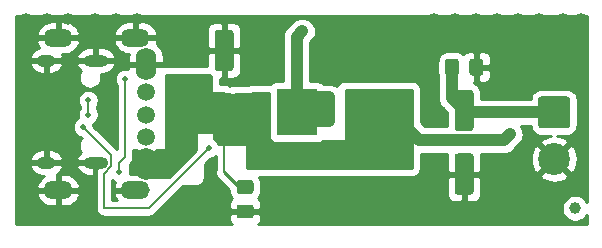
<source format=gbr>
%TF.GenerationSoftware,KiCad,Pcbnew,(5.1.7)-1*%
%TF.CreationDate,2021-05-02T00:17:45+08:00*%
%TF.ProjectId,t12_pps_power,7431325f-7070-4735-9f70-6f7765722e6b,rev?*%
%TF.SameCoordinates,Original*%
%TF.FileFunction,Copper,L2,Bot*%
%TF.FilePolarity,Positive*%
%FSLAX46Y46*%
G04 Gerber Fmt 4.6, Leading zero omitted, Abs format (unit mm)*
G04 Created by KiCad (PCBNEW (5.1.7)-1) date 2021-05-02 00:17:45*
%MOMM*%
%LPD*%
G01*
G04 APERTURE LIST*
%TA.AperFunction,SMDPad,CuDef*%
%ADD10R,3.500000X4.000000*%
%TD*%
%TA.AperFunction,ComponentPad*%
%ADD11O,2.500000X1.500000*%
%TD*%
%TA.AperFunction,ComponentPad*%
%ADD12O,1.750000X2.750000*%
%TD*%
%TA.AperFunction,ComponentPad*%
%ADD13C,1.500000*%
%TD*%
%TA.AperFunction,ComponentPad*%
%ADD14O,2.100000X1.000000*%
%TD*%
%TA.AperFunction,ComponentPad*%
%ADD15O,1.600000X1.000000*%
%TD*%
%TA.AperFunction,ComponentPad*%
%ADD16C,2.700000*%
%TD*%
%TA.AperFunction,ViaPad*%
%ADD17C,1.000000*%
%TD*%
%TA.AperFunction,ViaPad*%
%ADD18C,0.500000*%
%TD*%
%TA.AperFunction,Conductor*%
%ADD19C,1.040000*%
%TD*%
%TA.AperFunction,Conductor*%
%ADD20C,0.130000*%
%TD*%
%TA.AperFunction,Conductor*%
%ADD21C,0.260000*%
%TD*%
%TA.AperFunction,Conductor*%
%ADD22C,0.254000*%
%TD*%
%TA.AperFunction,Conductor*%
%ADD23C,0.100000*%
%TD*%
G04 APERTURE END LIST*
D10*
%TO.P,L1,1*%
%TO.N,Net-(D1-Pad2)*%
X65850000Y-73660000D03*
%TO.P,L1,2*%
%TO.N,VCC*%
X73850000Y-73660000D03*
%TD*%
%TO.P,C2,1*%
%TO.N,GND*%
%TA.AperFunction,SMDPad,CuDef*%
G36*
G01*
X59140000Y-66670000D02*
X60240000Y-66670000D01*
G75*
G02*
X60490000Y-66920000I0J-250000D01*
G01*
X60490000Y-69920000D01*
G75*
G02*
X60240000Y-70170000I-250000J0D01*
G01*
X59140000Y-70170000D01*
G75*
G02*
X58890000Y-69920000I0J250000D01*
G01*
X58890000Y-66920000D01*
G75*
G02*
X59140000Y-66670000I250000J0D01*
G01*
G37*
%TD.AperFunction*%
%TO.P,C2,2*%
%TO.N,VCC*%
%TA.AperFunction,SMDPad,CuDef*%
G36*
G01*
X59140000Y-72070000D02*
X60240000Y-72070000D01*
G75*
G02*
X60490000Y-72320000I0J-250000D01*
G01*
X60490000Y-75320000D01*
G75*
G02*
X60240000Y-75570000I-250000J0D01*
G01*
X59140000Y-75570000D01*
G75*
G02*
X58890000Y-75320000I0J250000D01*
G01*
X58890000Y-72320000D01*
G75*
G02*
X59140000Y-72070000I250000J0D01*
G01*
G37*
%TD.AperFunction*%
%TD*%
%TO.P,C3,2*%
%TO.N,VCC*%
%TA.AperFunction,SMDPad,CuDef*%
G36*
G01*
X61943000Y-80576000D02*
X60993000Y-80576000D01*
G75*
G02*
X60743000Y-80326000I0J250000D01*
G01*
X60743000Y-79651000D01*
G75*
G02*
X60993000Y-79401000I250000J0D01*
G01*
X61943000Y-79401000D01*
G75*
G02*
X62193000Y-79651000I0J-250000D01*
G01*
X62193000Y-80326000D01*
G75*
G02*
X61943000Y-80576000I-250000J0D01*
G01*
G37*
%TD.AperFunction*%
%TO.P,C3,1*%
%TO.N,GND*%
%TA.AperFunction,SMDPad,CuDef*%
G36*
G01*
X61943000Y-82651000D02*
X60993000Y-82651000D01*
G75*
G02*
X60743000Y-82401000I0J250000D01*
G01*
X60743000Y-81726000D01*
G75*
G02*
X60993000Y-81476000I250000J0D01*
G01*
X61943000Y-81476000D01*
G75*
G02*
X62193000Y-81726000I0J-250000D01*
G01*
X62193000Y-82401000D01*
G75*
G02*
X61943000Y-82651000I-250000J0D01*
G01*
G37*
%TD.AperFunction*%
%TD*%
%TO.P,C4,2*%
%TO.N,GND*%
%TA.AperFunction,SMDPad,CuDef*%
G36*
G01*
X79460000Y-77150000D02*
X80560000Y-77150000D01*
G75*
G02*
X80810000Y-77400000I0J-250000D01*
G01*
X80810000Y-80400000D01*
G75*
G02*
X80560000Y-80650000I-250000J0D01*
G01*
X79460000Y-80650000D01*
G75*
G02*
X79210000Y-80400000I0J250000D01*
G01*
X79210000Y-77400000D01*
G75*
G02*
X79460000Y-77150000I250000J0D01*
G01*
G37*
%TD.AperFunction*%
%TO.P,C4,1*%
%TO.N,+24V*%
%TA.AperFunction,SMDPad,CuDef*%
G36*
G01*
X79460000Y-71750000D02*
X80560000Y-71750000D01*
G75*
G02*
X80810000Y-72000000I0J-250000D01*
G01*
X80810000Y-75000000D01*
G75*
G02*
X80560000Y-75250000I-250000J0D01*
G01*
X79460000Y-75250000D01*
G75*
G02*
X79210000Y-75000000I0J250000D01*
G01*
X79210000Y-72000000D01*
G75*
G02*
X79460000Y-71750000I250000J0D01*
G01*
G37*
%TD.AperFunction*%
%TD*%
%TO.P,C5,1*%
%TO.N,+24V*%
%TA.AperFunction,SMDPad,CuDef*%
G36*
G01*
X78385000Y-70325000D02*
X78385000Y-69375000D01*
G75*
G02*
X78635000Y-69125000I250000J0D01*
G01*
X79310000Y-69125000D01*
G75*
G02*
X79560000Y-69375000I0J-250000D01*
G01*
X79560000Y-70325000D01*
G75*
G02*
X79310000Y-70575000I-250000J0D01*
G01*
X78635000Y-70575000D01*
G75*
G02*
X78385000Y-70325000I0J250000D01*
G01*
G37*
%TD.AperFunction*%
%TO.P,C5,2*%
%TO.N,GND*%
%TA.AperFunction,SMDPad,CuDef*%
G36*
G01*
X80460000Y-70325000D02*
X80460000Y-69375000D01*
G75*
G02*
X80710000Y-69125000I250000J0D01*
G01*
X81385000Y-69125000D01*
G75*
G02*
X81635000Y-69375000I0J-250000D01*
G01*
X81635000Y-70325000D01*
G75*
G02*
X81385000Y-70575000I-250000J0D01*
G01*
X80710000Y-70575000D01*
G75*
G02*
X80460000Y-70325000I0J250000D01*
G01*
G37*
%TD.AperFunction*%
%TD*%
D11*
%TO.P,J1,5*%
%TO.N,GND*%
X52190000Y-80250000D03*
X45640000Y-80250000D03*
X45640000Y-67350000D03*
X52190000Y-67350000D03*
D12*
%TO.P,J1,4*%
X53090000Y-69600000D03*
%TO.P,J1,1*%
%TO.N,VCC*%
X53090000Y-78050000D03*
D13*
%TO.P,J1,6*%
%TO.N,N/C*%
X53060000Y-73850000D03*
%TO.P,J1,3*%
%TO.N,/DP*%
X53090000Y-71920000D03*
%TO.P,J1,2*%
%TO.N,/DM*%
X53090000Y-75780000D03*
%TD*%
D14*
%TO.P,J2,S1*%
%TO.N,GND*%
X48825000Y-69280000D03*
X48825000Y-77920000D03*
D15*
X44645000Y-69280000D03*
X44645000Y-77920000D03*
%TD*%
%TO.P,J4,1*%
%TO.N,+24V*%
%TA.AperFunction,ComponentPad*%
G36*
G01*
X86530001Y-72310000D02*
X88729999Y-72310000D01*
G75*
G02*
X88980000Y-72560001I0J-250001D01*
G01*
X88980000Y-74759999D01*
G75*
G02*
X88729999Y-75010000I-250001J0D01*
G01*
X86530001Y-75010000D01*
G75*
G02*
X86280000Y-74759999I0J250001D01*
G01*
X86280000Y-72560001D01*
G75*
G02*
X86530001Y-72310000I250001J0D01*
G01*
G37*
%TD.AperFunction*%
D16*
%TO.P,J4,2*%
%TO.N,GND*%
X87630000Y-77620000D03*
%TD*%
D17*
%TO.N,*%
X89408000Y-81788000D03*
D18*
%TO.N,VCC*%
X60960000Y-75184000D03*
D17*
X83898000Y-75516000D03*
%TO.N,Net-(D1-Pad2)*%
X68580000Y-74422000D03*
X68580000Y-73406000D03*
X68580000Y-72390000D03*
X66294000Y-66802000D03*
D18*
%TO.N,/DM*%
X48200000Y-73850000D03*
X48200008Y-72644000D03*
%TO.N,/CC2*%
X58420010Y-76708000D03*
X47751994Y-74930000D03*
%TO.N,/CC1*%
X51308000Y-70866000D03*
X50800000Y-78740000D03*
D17*
%TO.N,GND*%
X89916000Y-65786000D03*
X89916000Y-67564000D03*
X89916000Y-69342000D03*
X88392000Y-67564000D03*
X88392000Y-69342000D03*
X88392000Y-65786000D03*
X84582000Y-65786000D03*
X86360000Y-65786000D03*
X82804000Y-65786000D03*
X79248000Y-65786000D03*
X81026000Y-65786000D03*
X77470000Y-65786000D03*
X44704000Y-65786000D03*
X46482000Y-65786000D03*
X42926000Y-65786000D03*
X50546000Y-65786000D03*
X52324000Y-65786000D03*
X48768000Y-65786000D03*
X63754000Y-69850000D03*
D18*
X61976000Y-71120000D03*
X60198000Y-71374000D03*
%TD*%
D19*
%TO.N,+24V*%
X78972500Y-72462500D02*
X78972500Y-69850000D01*
X80010000Y-73500000D02*
X78972500Y-72462500D01*
X80170000Y-73660000D02*
X80010000Y-73500000D01*
X87630000Y-73660000D02*
X80170000Y-73660000D01*
D20*
%TO.N,VCC*%
X59690000Y-76454000D02*
X59690000Y-78740000D01*
X60960000Y-75184000D02*
X59690000Y-76454000D01*
X59690000Y-73914000D02*
X59690000Y-73820000D01*
X60960000Y-75184000D02*
X59690000Y-73914000D01*
X59690000Y-73820000D02*
X58580000Y-74930000D01*
D19*
X76205999Y-76015999D02*
X73850000Y-73660000D01*
X83398001Y-76015999D02*
X76205999Y-76015999D01*
X83898000Y-75516000D02*
X83398001Y-76015999D01*
D21*
X61468000Y-79988500D02*
X60938500Y-79988500D01*
X60938500Y-79988500D02*
X59690000Y-78740000D01*
D19*
%TO.N,Net-(D1-Pad2)*%
X65850000Y-67246000D02*
X66294000Y-66802000D01*
X65850000Y-73660000D02*
X65850000Y-67246000D01*
X68580000Y-72390000D02*
X68580000Y-74422000D01*
X66612000Y-74422000D02*
X65850000Y-73660000D01*
X68580000Y-74422000D02*
X66612000Y-74422000D01*
X66104000Y-73406000D02*
X65850000Y-73660000D01*
X68580000Y-73406000D02*
X66104000Y-73406000D01*
X67120000Y-72390000D02*
X65850000Y-73660000D01*
X68580000Y-72390000D02*
X67120000Y-72390000D01*
D20*
%TO.N,/DM*%
X48200000Y-72644008D02*
X48200008Y-72644000D01*
X48200000Y-73850000D02*
X48200000Y-72644008D01*
%TO.N,/CC2*%
X50140010Y-77318010D02*
X47752000Y-74930000D01*
X50140010Y-78236877D02*
X50140010Y-77318010D01*
X49530000Y-81788000D02*
X49530000Y-78846887D01*
X47752000Y-74930000D02*
X47751994Y-74930000D01*
X58420010Y-76708000D02*
X53340010Y-81788000D01*
X53340010Y-81788000D02*
X49530000Y-81788000D01*
X49530000Y-78846887D02*
X50140010Y-78236877D01*
%TO.N,/CC1*%
X51308000Y-70866000D02*
X51308000Y-77470000D01*
X50800000Y-77978000D02*
X50800000Y-78740000D01*
X51308000Y-77470000D02*
X50800000Y-77978000D01*
D21*
%TO.N,GND*%
X61722000Y-71374000D02*
X61976000Y-71120000D01*
X60198000Y-71374000D02*
X61722000Y-71374000D01*
%TD*%
D22*
%TO.N,GND*%
X90390000Y-81214721D02*
X90289612Y-81064480D01*
X90131520Y-80906388D01*
X89945624Y-80782176D01*
X89739067Y-80696617D01*
X89519788Y-80653000D01*
X89296212Y-80653000D01*
X89076933Y-80696617D01*
X88870376Y-80782176D01*
X88684480Y-80906388D01*
X88526388Y-81064480D01*
X88402176Y-81250376D01*
X88316617Y-81456933D01*
X88273000Y-81676212D01*
X88273000Y-81899788D01*
X88316617Y-82119067D01*
X88402176Y-82325624D01*
X88526388Y-82511520D01*
X88684480Y-82669612D01*
X88870376Y-82793824D01*
X89076933Y-82879383D01*
X89296212Y-82923000D01*
X89519788Y-82923000D01*
X89739067Y-82879383D01*
X89945624Y-82793824D01*
X90131520Y-82669612D01*
X90289612Y-82511520D01*
X90390000Y-82361279D01*
X90390000Y-83140000D01*
X62598107Y-83140000D01*
X62644185Y-83102185D01*
X62723537Y-83005494D01*
X62782502Y-82895180D01*
X62818812Y-82775482D01*
X62831072Y-82651000D01*
X62828000Y-82349250D01*
X62669250Y-82190500D01*
X61595000Y-82190500D01*
X61595000Y-82210500D01*
X61341000Y-82210500D01*
X61341000Y-82190500D01*
X60266750Y-82190500D01*
X60108000Y-82349250D01*
X60104928Y-82651000D01*
X60117188Y-82775482D01*
X60153498Y-82895180D01*
X60212463Y-83005494D01*
X60291815Y-83102185D01*
X60337893Y-83140000D01*
X42060000Y-83140000D01*
X42060000Y-80591185D01*
X43797682Y-80591185D01*
X43811827Y-80662684D01*
X43917858Y-80913868D01*
X44070855Y-81139540D01*
X44264939Y-81331028D01*
X44492651Y-81480972D01*
X44745240Y-81583611D01*
X45013000Y-81635000D01*
X45513000Y-81635000D01*
X45513000Y-80377000D01*
X45767000Y-80377000D01*
X45767000Y-81635000D01*
X46267000Y-81635000D01*
X46534760Y-81583611D01*
X46787349Y-81480972D01*
X47015061Y-81331028D01*
X47209145Y-81139540D01*
X47362142Y-80913868D01*
X47468173Y-80662684D01*
X47482318Y-80591185D01*
X47359656Y-80377000D01*
X45767000Y-80377000D01*
X45513000Y-80377000D01*
X43920344Y-80377000D01*
X43797682Y-80591185D01*
X42060000Y-80591185D01*
X42060000Y-78221874D01*
X43250881Y-78221874D01*
X43330724Y-78444976D01*
X43452631Y-78632764D01*
X43608831Y-78793161D01*
X43793322Y-78920003D01*
X43999013Y-79008415D01*
X44218000Y-79055000D01*
X44438022Y-79055000D01*
X44264939Y-79168972D01*
X44070855Y-79360460D01*
X43917858Y-79586132D01*
X43811827Y-79837316D01*
X43797682Y-79908815D01*
X43920344Y-80123000D01*
X45513000Y-80123000D01*
X45513000Y-78908781D01*
X45576679Y-78865000D01*
X45767000Y-78865000D01*
X45767000Y-80123000D01*
X47359656Y-80123000D01*
X47482318Y-79908815D01*
X47468173Y-79837316D01*
X47362142Y-79586132D01*
X47209145Y-79360460D01*
X47015061Y-79168972D01*
X46787349Y-79019028D01*
X46534760Y-78916389D01*
X46267000Y-78865000D01*
X45767000Y-78865000D01*
X45576679Y-78865000D01*
X45681169Y-78793161D01*
X45837369Y-78632764D01*
X45959276Y-78444976D01*
X46039119Y-78221874D01*
X47180881Y-78221874D01*
X47260724Y-78444976D01*
X47382631Y-78632764D01*
X47538831Y-78793161D01*
X47723322Y-78920003D01*
X47929013Y-79008415D01*
X48148000Y-79055000D01*
X48698000Y-79055000D01*
X48698000Y-78047000D01*
X47307046Y-78047000D01*
X47180881Y-78221874D01*
X46039119Y-78221874D01*
X45912954Y-78047000D01*
X44772000Y-78047000D01*
X44772000Y-78067000D01*
X44518000Y-78067000D01*
X44518000Y-78047000D01*
X43377046Y-78047000D01*
X43250881Y-78221874D01*
X42060000Y-78221874D01*
X42060000Y-77618126D01*
X43250881Y-77618126D01*
X43377046Y-77793000D01*
X44518000Y-77793000D01*
X44518000Y-76785000D01*
X44772000Y-76785000D01*
X44772000Y-77793000D01*
X45912954Y-77793000D01*
X46039119Y-77618126D01*
X45959276Y-77395024D01*
X45837369Y-77207236D01*
X45681169Y-77046839D01*
X45496678Y-76919997D01*
X45290987Y-76831585D01*
X45072000Y-76785000D01*
X44772000Y-76785000D01*
X44518000Y-76785000D01*
X44218000Y-76785000D01*
X43999013Y-76831585D01*
X43793322Y-76919997D01*
X43608831Y-77046839D01*
X43452631Y-77207236D01*
X43330724Y-77395024D01*
X43250881Y-77618126D01*
X42060000Y-77618126D01*
X42060000Y-74842835D01*
X46866994Y-74842835D01*
X46866994Y-75017165D01*
X46901004Y-75188145D01*
X46967717Y-75349205D01*
X47064570Y-75494155D01*
X47187839Y-75617424D01*
X47332789Y-75714277D01*
X47493849Y-75780990D01*
X47642636Y-75810586D01*
X47644703Y-75812652D01*
X47579319Y-75878036D01*
X47474259Y-76035269D01*
X47401892Y-76209978D01*
X47365000Y-76395448D01*
X47365000Y-76584552D01*
X47401892Y-76770022D01*
X47474259Y-76944731D01*
X47541335Y-77045117D01*
X47538831Y-77046839D01*
X47382631Y-77207236D01*
X47260724Y-77395024D01*
X47180881Y-77618126D01*
X47307046Y-77793000D01*
X48698000Y-77793000D01*
X48698000Y-77773000D01*
X48952000Y-77773000D01*
X48952000Y-77793000D01*
X48972000Y-77793000D01*
X48972000Y-78047000D01*
X48952000Y-78047000D01*
X48952000Y-78447765D01*
X48945155Y-78456106D01*
X48880155Y-78577713D01*
X48864948Y-78627845D01*
X48848707Y-78681387D01*
X48840129Y-78709664D01*
X48826613Y-78846887D01*
X48830001Y-78881284D01*
X48830000Y-81753610D01*
X48826613Y-81788000D01*
X48840128Y-81925224D01*
X48880155Y-82057175D01*
X48945155Y-82178781D01*
X49032630Y-82285370D01*
X49139219Y-82372845D01*
X49260825Y-82437845D01*
X49392776Y-82477872D01*
X49530000Y-82491387D01*
X49564390Y-82488000D01*
X53305623Y-82488000D01*
X53340010Y-82491387D01*
X53374397Y-82488000D01*
X53374400Y-82488000D01*
X53477234Y-82477872D01*
X53609185Y-82437845D01*
X53730791Y-82372845D01*
X53837380Y-82285370D01*
X53859306Y-82258653D01*
X56234959Y-79883000D01*
X57404000Y-79883000D01*
X57527882Y-79870799D01*
X57647004Y-79834664D01*
X57756787Y-79775983D01*
X57853013Y-79697013D01*
X57931983Y-79600787D01*
X57990664Y-79491004D01*
X58026799Y-79371882D01*
X58039000Y-79248000D01*
X58039000Y-78078960D01*
X58529376Y-77588584D01*
X58678155Y-77558990D01*
X58839215Y-77492277D01*
X58984165Y-77395424D01*
X58990000Y-77389589D01*
X58990001Y-78426773D01*
X58979814Y-78445831D01*
X58936070Y-78590034D01*
X58921299Y-78740000D01*
X58936070Y-78889966D01*
X58979814Y-79034169D01*
X59050849Y-79167067D01*
X59122492Y-79254365D01*
X60104928Y-80236801D01*
X60104928Y-80326000D01*
X60121992Y-80499254D01*
X60172528Y-80665850D01*
X60254595Y-80819386D01*
X60365038Y-80953962D01*
X60371594Y-80959342D01*
X60291815Y-81024815D01*
X60212463Y-81121506D01*
X60153498Y-81231820D01*
X60117188Y-81351518D01*
X60104928Y-81476000D01*
X60108000Y-81777750D01*
X60266750Y-81936500D01*
X61341000Y-81936500D01*
X61341000Y-81916500D01*
X61595000Y-81916500D01*
X61595000Y-81936500D01*
X62669250Y-81936500D01*
X62828000Y-81777750D01*
X62831072Y-81476000D01*
X62818812Y-81351518D01*
X62782502Y-81231820D01*
X62723537Y-81121506D01*
X62644185Y-81024815D01*
X62564406Y-80959342D01*
X62570962Y-80953962D01*
X62681405Y-80819386D01*
X62763472Y-80665850D01*
X62768280Y-80650000D01*
X78571928Y-80650000D01*
X78584188Y-80774482D01*
X78620498Y-80894180D01*
X78679463Y-81004494D01*
X78758815Y-81101185D01*
X78855506Y-81180537D01*
X78965820Y-81239502D01*
X79085518Y-81275812D01*
X79210000Y-81288072D01*
X79724250Y-81285000D01*
X79883000Y-81126250D01*
X79883000Y-79027000D01*
X80137000Y-79027000D01*
X80137000Y-81126250D01*
X80295750Y-81285000D01*
X80810000Y-81288072D01*
X80934482Y-81275812D01*
X81054180Y-81239502D01*
X81164494Y-81180537D01*
X81261185Y-81101185D01*
X81340537Y-81004494D01*
X81399502Y-80894180D01*
X81435812Y-80774482D01*
X81448072Y-80650000D01*
X81445000Y-79185750D01*
X81286250Y-79027000D01*
X80137000Y-79027000D01*
X79883000Y-79027000D01*
X78733750Y-79027000D01*
X78575000Y-79185750D01*
X78571928Y-80650000D01*
X62768280Y-80650000D01*
X62814008Y-80499254D01*
X62831072Y-80326000D01*
X62831072Y-79651000D01*
X62814008Y-79477746D01*
X62763472Y-79311150D01*
X62681405Y-79157614D01*
X62651357Y-79121000D01*
X75692000Y-79121000D01*
X75815882Y-79108799D01*
X75935004Y-79072664D01*
X76044787Y-79013983D01*
X76055930Y-79004838D01*
X86424767Y-79004838D01*
X86562724Y-79305044D01*
X86911967Y-79480882D01*
X87288804Y-79585207D01*
X87678753Y-79614009D01*
X88066828Y-79566184D01*
X88438116Y-79443568D01*
X88697276Y-79305044D01*
X88835233Y-79004838D01*
X87630000Y-77799605D01*
X86424767Y-79004838D01*
X76055930Y-79004838D01*
X76141013Y-78935013D01*
X76219983Y-78838787D01*
X76278664Y-78729004D01*
X76314799Y-78609882D01*
X76327000Y-78486000D01*
X76327000Y-77170999D01*
X78571972Y-77170999D01*
X78575000Y-78614250D01*
X78733750Y-78773000D01*
X79883000Y-78773000D01*
X79883000Y-78753000D01*
X80137000Y-78753000D01*
X80137000Y-78773000D01*
X81286250Y-78773000D01*
X81445000Y-78614250D01*
X81446983Y-77668753D01*
X85635991Y-77668753D01*
X85683816Y-78056828D01*
X85806432Y-78428116D01*
X85944956Y-78687276D01*
X86245162Y-78825233D01*
X87450395Y-77620000D01*
X87809605Y-77620000D01*
X89014838Y-78825233D01*
X89315044Y-78687276D01*
X89490882Y-78338033D01*
X89595207Y-77961196D01*
X89624009Y-77571247D01*
X89576184Y-77183172D01*
X89453568Y-76811884D01*
X89315044Y-76552724D01*
X89014838Y-76414767D01*
X87809605Y-77620000D01*
X87450395Y-77620000D01*
X86245162Y-76414767D01*
X85944956Y-76552724D01*
X85769118Y-76901967D01*
X85664793Y-77278804D01*
X85635991Y-77668753D01*
X81446983Y-77668753D01*
X81448028Y-77170999D01*
X83341267Y-77170999D01*
X83398001Y-77176587D01*
X83454735Y-77170999D01*
X83454738Y-77170999D01*
X83624420Y-77154287D01*
X83842139Y-77088242D01*
X84042789Y-76980993D01*
X84218661Y-76836659D01*
X84254834Y-76792582D01*
X84754827Y-76292589D01*
X84862993Y-76160789D01*
X84970243Y-75960138D01*
X85036287Y-75742421D01*
X85058588Y-75516001D01*
X85036287Y-75289581D01*
X84970243Y-75071863D01*
X84862993Y-74871212D01*
X84816861Y-74815000D01*
X85647345Y-74815000D01*
X85658992Y-74933253D01*
X85709529Y-75099850D01*
X85791595Y-75253386D01*
X85902039Y-75387961D01*
X86036614Y-75498405D01*
X86190150Y-75580471D01*
X86356747Y-75631008D01*
X86530001Y-75648072D01*
X87402071Y-75648072D01*
X87193172Y-75673816D01*
X86821884Y-75796432D01*
X86562724Y-75934956D01*
X86424767Y-76235162D01*
X87630000Y-77440395D01*
X88835233Y-76235162D01*
X88697276Y-75934956D01*
X88348033Y-75759118D01*
X87971196Y-75654793D01*
X87880201Y-75648072D01*
X88729999Y-75648072D01*
X88903253Y-75631008D01*
X89069850Y-75580471D01*
X89223386Y-75498405D01*
X89357961Y-75387961D01*
X89468405Y-75253386D01*
X89550471Y-75099850D01*
X89601008Y-74933253D01*
X89618072Y-74759999D01*
X89618072Y-72560001D01*
X89601008Y-72386747D01*
X89550471Y-72220150D01*
X89468405Y-72066614D01*
X89357961Y-71932039D01*
X89223386Y-71821595D01*
X89069850Y-71739529D01*
X88903253Y-71688992D01*
X88729999Y-71671928D01*
X86530001Y-71671928D01*
X86356747Y-71688992D01*
X86190150Y-71739529D01*
X86036614Y-71821595D01*
X85902039Y-71932039D01*
X85791595Y-72066614D01*
X85709529Y-72220150D01*
X85658992Y-72386747D01*
X85647345Y-72505000D01*
X81448072Y-72505000D01*
X81448072Y-72000000D01*
X81431008Y-71826746D01*
X81380472Y-71660150D01*
X81298405Y-71506614D01*
X81187962Y-71372038D01*
X81053386Y-71261595D01*
X80899850Y-71179528D01*
X80817272Y-71154478D01*
X80920500Y-71051250D01*
X80920500Y-69977000D01*
X81174500Y-69977000D01*
X81174500Y-71051250D01*
X81333250Y-71210000D01*
X81635000Y-71213072D01*
X81759482Y-71200812D01*
X81879180Y-71164502D01*
X81989494Y-71105537D01*
X82086185Y-71026185D01*
X82165537Y-70929494D01*
X82224502Y-70819180D01*
X82260812Y-70699482D01*
X82273072Y-70575000D01*
X82270000Y-70135750D01*
X82111250Y-69977000D01*
X81174500Y-69977000D01*
X80920500Y-69977000D01*
X80900500Y-69977000D01*
X80900500Y-69723000D01*
X80920500Y-69723000D01*
X80920500Y-68648750D01*
X81174500Y-68648750D01*
X81174500Y-69723000D01*
X82111250Y-69723000D01*
X82270000Y-69564250D01*
X82273072Y-69125000D01*
X82260812Y-69000518D01*
X82224502Y-68880820D01*
X82165537Y-68770506D01*
X82086185Y-68673815D01*
X81989494Y-68594463D01*
X81879180Y-68535498D01*
X81759482Y-68499188D01*
X81635000Y-68486928D01*
X81333250Y-68490000D01*
X81174500Y-68648750D01*
X80920500Y-68648750D01*
X80761750Y-68490000D01*
X80460000Y-68486928D01*
X80335518Y-68499188D01*
X80215820Y-68535498D01*
X80105506Y-68594463D01*
X80008815Y-68673815D01*
X79943342Y-68753594D01*
X79937962Y-68747038D01*
X79803386Y-68636595D01*
X79649850Y-68554528D01*
X79483254Y-68503992D01*
X79310000Y-68486928D01*
X78635000Y-68486928D01*
X78461746Y-68503992D01*
X78295150Y-68554528D01*
X78141614Y-68636595D01*
X78007038Y-68747038D01*
X77896595Y-68881614D01*
X77814528Y-69035150D01*
X77763992Y-69201746D01*
X77746928Y-69375000D01*
X77746928Y-70325000D01*
X77763992Y-70498254D01*
X77814528Y-70664850D01*
X77817501Y-70670411D01*
X77817500Y-72405765D01*
X77811912Y-72462500D01*
X77817500Y-72519234D01*
X77817500Y-72519236D01*
X77834212Y-72688918D01*
X77900257Y-72906637D01*
X78007506Y-73107287D01*
X78151840Y-73283160D01*
X78195917Y-73319333D01*
X78571928Y-73695344D01*
X78571928Y-74860999D01*
X76684416Y-74860999D01*
X76327000Y-74503583D01*
X76327000Y-71628000D01*
X76314799Y-71504118D01*
X76278664Y-71384996D01*
X76219983Y-71275213D01*
X76141013Y-71178987D01*
X76044787Y-71100017D01*
X75935004Y-71041336D01*
X75815882Y-71005201D01*
X75692000Y-70993000D01*
X69850000Y-70993000D01*
X69726118Y-71005201D01*
X69606996Y-71041336D01*
X69497213Y-71100017D01*
X69400987Y-71178987D01*
X69322017Y-71275213D01*
X69263336Y-71384996D01*
X69245935Y-71442361D01*
X69224788Y-71425006D01*
X69024138Y-71317757D01*
X68806419Y-71251712D01*
X68636737Y-71235000D01*
X68636736Y-71235000D01*
X68580000Y-71229412D01*
X68523263Y-71235000D01*
X68072674Y-71235000D01*
X68051185Y-71208815D01*
X67954494Y-71129463D01*
X67844180Y-71070498D01*
X67724482Y-71034188D01*
X67600000Y-71021928D01*
X67005000Y-71021928D01*
X67005000Y-67724416D01*
X67150827Y-67578589D01*
X67258993Y-67446788D01*
X67366243Y-67246137D01*
X67432287Y-67028420D01*
X67454588Y-66802000D01*
X67432287Y-66575581D01*
X67366243Y-66357863D01*
X67258993Y-66157212D01*
X67114659Y-65981341D01*
X66938788Y-65837007D01*
X66738137Y-65729757D01*
X66520419Y-65663713D01*
X66294000Y-65641412D01*
X66067580Y-65663713D01*
X65849863Y-65729757D01*
X65649212Y-65837007D01*
X65517411Y-65945173D01*
X65073412Y-66389172D01*
X65029341Y-66425340D01*
X64993173Y-66469411D01*
X64885007Y-66601212D01*
X64777757Y-66801863D01*
X64711713Y-67019581D01*
X64689412Y-67246000D01*
X64695001Y-67302744D01*
X64695000Y-71021928D01*
X64100000Y-71021928D01*
X63975518Y-71034188D01*
X63855820Y-71070498D01*
X63745506Y-71129463D01*
X63648815Y-71208815D01*
X63617477Y-71247000D01*
X59309000Y-71247000D01*
X59309000Y-70805569D01*
X59404250Y-70805000D01*
X59563000Y-70646250D01*
X59563000Y-68547000D01*
X59817000Y-68547000D01*
X59817000Y-70646250D01*
X59975750Y-70805000D01*
X60490000Y-70808072D01*
X60614482Y-70795812D01*
X60734180Y-70759502D01*
X60844494Y-70700537D01*
X60941185Y-70621185D01*
X61020537Y-70524494D01*
X61079502Y-70414180D01*
X61115812Y-70294482D01*
X61128072Y-70170000D01*
X61125000Y-68705750D01*
X60966250Y-68547000D01*
X59817000Y-68547000D01*
X59563000Y-68547000D01*
X58413750Y-68547000D01*
X58255000Y-68705750D01*
X58252866Y-69723000D01*
X54610000Y-69723000D01*
X54569386Y-69727000D01*
X53217000Y-69727000D01*
X53217000Y-69747000D01*
X52963000Y-69747000D01*
X52963000Y-69727000D01*
X51580000Y-69727000D01*
X51580000Y-70020749D01*
X51566145Y-70015010D01*
X51395165Y-69981000D01*
X51220835Y-69981000D01*
X51049855Y-70015010D01*
X50888795Y-70081723D01*
X50743845Y-70178576D01*
X50620576Y-70301845D01*
X50523723Y-70446795D01*
X50457010Y-70607855D01*
X50423000Y-70778835D01*
X50423000Y-70953165D01*
X50457010Y-71124145D01*
X50523723Y-71285205D01*
X50608000Y-71411334D01*
X50608001Y-76796051D01*
X48632577Y-74820627D01*
X48602984Y-74671855D01*
X48592074Y-74645515D01*
X48619205Y-74634277D01*
X48764155Y-74537424D01*
X48887424Y-74414155D01*
X48984277Y-74269205D01*
X49050990Y-74108145D01*
X49085000Y-73937165D01*
X49085000Y-73762835D01*
X49050990Y-73591855D01*
X48984277Y-73430795D01*
X48900000Y-73304666D01*
X48900000Y-73189346D01*
X48984285Y-73063205D01*
X49050998Y-72902145D01*
X49085008Y-72731165D01*
X49085008Y-72556835D01*
X49050998Y-72385855D01*
X48984285Y-72224795D01*
X48887432Y-72079845D01*
X48764163Y-71956576D01*
X48619213Y-71859723D01*
X48458153Y-71793010D01*
X48287173Y-71759000D01*
X48112843Y-71759000D01*
X47941863Y-71793010D01*
X47780803Y-71859723D01*
X47635853Y-71956576D01*
X47512584Y-72079845D01*
X47415731Y-72224795D01*
X47349018Y-72385855D01*
X47315008Y-72556835D01*
X47315008Y-72731165D01*
X47349018Y-72902145D01*
X47415731Y-73063205D01*
X47500001Y-73189323D01*
X47500000Y-73304666D01*
X47415723Y-73430795D01*
X47349010Y-73591855D01*
X47315000Y-73762835D01*
X47315000Y-73937165D01*
X47349010Y-74108145D01*
X47359920Y-74134485D01*
X47332789Y-74145723D01*
X47187839Y-74242576D01*
X47064570Y-74365845D01*
X46967717Y-74510795D01*
X46901004Y-74671855D01*
X46866994Y-74842835D01*
X42060000Y-74842835D01*
X42060000Y-69581874D01*
X43250881Y-69581874D01*
X43330724Y-69804976D01*
X43452631Y-69992764D01*
X43608831Y-70153161D01*
X43793322Y-70280003D01*
X43999013Y-70368415D01*
X44218000Y-70415000D01*
X44518000Y-70415000D01*
X44518000Y-69407000D01*
X44772000Y-69407000D01*
X44772000Y-70415000D01*
X45072000Y-70415000D01*
X45290987Y-70368415D01*
X45496678Y-70280003D01*
X45681169Y-70153161D01*
X45837369Y-69992764D01*
X45959276Y-69804976D01*
X46039119Y-69581874D01*
X47180881Y-69581874D01*
X47260724Y-69804976D01*
X47382631Y-69992764D01*
X47538831Y-70153161D01*
X47541335Y-70154883D01*
X47474259Y-70255269D01*
X47401892Y-70429978D01*
X47365000Y-70615448D01*
X47365000Y-70804552D01*
X47401892Y-70990022D01*
X47474259Y-71164731D01*
X47579319Y-71321964D01*
X47713036Y-71455681D01*
X47870269Y-71560741D01*
X48044978Y-71633108D01*
X48230448Y-71670000D01*
X48419552Y-71670000D01*
X48605022Y-71633108D01*
X48779731Y-71560741D01*
X48936964Y-71455681D01*
X49070681Y-71321964D01*
X49175741Y-71164731D01*
X49248108Y-70990022D01*
X49285000Y-70804552D01*
X49285000Y-70615448D01*
X49248108Y-70429978D01*
X49241904Y-70415000D01*
X49502000Y-70415000D01*
X49720987Y-70368415D01*
X49926678Y-70280003D01*
X50111169Y-70153161D01*
X50267369Y-69992764D01*
X50389276Y-69804976D01*
X50469119Y-69581874D01*
X50342954Y-69407000D01*
X48952000Y-69407000D01*
X48952000Y-69427000D01*
X48698000Y-69427000D01*
X48698000Y-69407000D01*
X47307046Y-69407000D01*
X47180881Y-69581874D01*
X46039119Y-69581874D01*
X45912954Y-69407000D01*
X44772000Y-69407000D01*
X44518000Y-69407000D01*
X43377046Y-69407000D01*
X43250881Y-69581874D01*
X42060000Y-69581874D01*
X42060000Y-68978126D01*
X43250881Y-68978126D01*
X43377046Y-69153000D01*
X44518000Y-69153000D01*
X44518000Y-69133000D01*
X44772000Y-69133000D01*
X44772000Y-69153000D01*
X45912954Y-69153000D01*
X46039119Y-68978126D01*
X47180881Y-68978126D01*
X47307046Y-69153000D01*
X48698000Y-69153000D01*
X48698000Y-68145000D01*
X48952000Y-68145000D01*
X48952000Y-69153000D01*
X50342954Y-69153000D01*
X50469119Y-68978126D01*
X50389276Y-68755024D01*
X50267369Y-68567236D01*
X50111169Y-68406839D01*
X49926678Y-68279997D01*
X49720987Y-68191585D01*
X49502000Y-68145000D01*
X48952000Y-68145000D01*
X48698000Y-68145000D01*
X48148000Y-68145000D01*
X47929013Y-68191585D01*
X47723322Y-68279997D01*
X47538831Y-68406839D01*
X47382631Y-68567236D01*
X47260724Y-68755024D01*
X47180881Y-68978126D01*
X46039119Y-68978126D01*
X45959276Y-68755024D01*
X45946277Y-68735000D01*
X46267000Y-68735000D01*
X46534760Y-68683611D01*
X46787349Y-68580972D01*
X47015061Y-68431028D01*
X47209145Y-68239540D01*
X47362142Y-68013868D01*
X47468173Y-67762684D01*
X47482318Y-67691185D01*
X50347682Y-67691185D01*
X50361827Y-67762684D01*
X50467858Y-68013868D01*
X50620855Y-68239540D01*
X50814939Y-68431028D01*
X51042651Y-68580972D01*
X51295240Y-68683611D01*
X51563000Y-68735000D01*
X51623821Y-68735000D01*
X51580000Y-68973000D01*
X51580000Y-69473000D01*
X52963000Y-69473000D01*
X52963000Y-69453000D01*
X53217000Y-69453000D01*
X53217000Y-69473000D01*
X54600000Y-69473000D01*
X54600000Y-68973000D01*
X54546209Y-68680854D01*
X54436457Y-68404815D01*
X54274961Y-68155492D01*
X54067928Y-67942466D01*
X53970593Y-67875400D01*
X54018173Y-67762684D01*
X54032318Y-67691185D01*
X53909656Y-67477000D01*
X52317000Y-67477000D01*
X52317000Y-67497000D01*
X52063000Y-67497000D01*
X52063000Y-67477000D01*
X50470344Y-67477000D01*
X50347682Y-67691185D01*
X47482318Y-67691185D01*
X47359656Y-67477000D01*
X45767000Y-67477000D01*
X45767000Y-67497000D01*
X45513000Y-67497000D01*
X45513000Y-67477000D01*
X43920344Y-67477000D01*
X43797682Y-67691185D01*
X43811827Y-67762684D01*
X43917858Y-68013868D01*
X44033386Y-68184273D01*
X43999013Y-68191585D01*
X43793322Y-68279997D01*
X43608831Y-68406839D01*
X43452631Y-68567236D01*
X43330724Y-68755024D01*
X43250881Y-68978126D01*
X42060000Y-68978126D01*
X42060000Y-67008815D01*
X43797682Y-67008815D01*
X43920344Y-67223000D01*
X45513000Y-67223000D01*
X45513000Y-65965000D01*
X45767000Y-65965000D01*
X45767000Y-67223000D01*
X47359656Y-67223000D01*
X47482318Y-67008815D01*
X50347682Y-67008815D01*
X50470344Y-67223000D01*
X52063000Y-67223000D01*
X52063000Y-65965000D01*
X52317000Y-65965000D01*
X52317000Y-67223000D01*
X53909656Y-67223000D01*
X54032318Y-67008815D01*
X54018173Y-66937316D01*
X53912142Y-66686132D01*
X53901206Y-66670000D01*
X58251928Y-66670000D01*
X58255000Y-68134250D01*
X58413750Y-68293000D01*
X59563000Y-68293000D01*
X59563000Y-66193750D01*
X59817000Y-66193750D01*
X59817000Y-68293000D01*
X60966250Y-68293000D01*
X61125000Y-68134250D01*
X61128072Y-66670000D01*
X61115812Y-66545518D01*
X61079502Y-66425820D01*
X61020537Y-66315506D01*
X60941185Y-66218815D01*
X60844494Y-66139463D01*
X60734180Y-66080498D01*
X60614482Y-66044188D01*
X60490000Y-66031928D01*
X59975750Y-66035000D01*
X59817000Y-66193750D01*
X59563000Y-66193750D01*
X59404250Y-66035000D01*
X58890000Y-66031928D01*
X58765518Y-66044188D01*
X58645820Y-66080498D01*
X58535506Y-66139463D01*
X58438815Y-66218815D01*
X58359463Y-66315506D01*
X58300498Y-66425820D01*
X58264188Y-66545518D01*
X58251928Y-66670000D01*
X53901206Y-66670000D01*
X53759145Y-66460460D01*
X53565061Y-66268972D01*
X53337349Y-66119028D01*
X53084760Y-66016389D01*
X52817000Y-65965000D01*
X52317000Y-65965000D01*
X52063000Y-65965000D01*
X51563000Y-65965000D01*
X51295240Y-66016389D01*
X51042651Y-66119028D01*
X50814939Y-66268972D01*
X50620855Y-66460460D01*
X50467858Y-66686132D01*
X50361827Y-66937316D01*
X50347682Y-67008815D01*
X47482318Y-67008815D01*
X47468173Y-66937316D01*
X47362142Y-66686132D01*
X47209145Y-66460460D01*
X47015061Y-66268972D01*
X46787349Y-66119028D01*
X46534760Y-66016389D01*
X46267000Y-65965000D01*
X45767000Y-65965000D01*
X45513000Y-65965000D01*
X45013000Y-65965000D01*
X44745240Y-66016389D01*
X44492651Y-66119028D01*
X44264939Y-66268972D01*
X44070855Y-66460460D01*
X43917858Y-66686132D01*
X43811827Y-66937316D01*
X43797682Y-67008815D01*
X42060000Y-67008815D01*
X42060000Y-65510000D01*
X90390001Y-65510000D01*
X90390000Y-81214721D01*
%TA.AperFunction,Conductor*%
D23*
G36*
X90390000Y-81214721D02*
G01*
X90289612Y-81064480D01*
X90131520Y-80906388D01*
X89945624Y-80782176D01*
X89739067Y-80696617D01*
X89519788Y-80653000D01*
X89296212Y-80653000D01*
X89076933Y-80696617D01*
X88870376Y-80782176D01*
X88684480Y-80906388D01*
X88526388Y-81064480D01*
X88402176Y-81250376D01*
X88316617Y-81456933D01*
X88273000Y-81676212D01*
X88273000Y-81899788D01*
X88316617Y-82119067D01*
X88402176Y-82325624D01*
X88526388Y-82511520D01*
X88684480Y-82669612D01*
X88870376Y-82793824D01*
X89076933Y-82879383D01*
X89296212Y-82923000D01*
X89519788Y-82923000D01*
X89739067Y-82879383D01*
X89945624Y-82793824D01*
X90131520Y-82669612D01*
X90289612Y-82511520D01*
X90390000Y-82361279D01*
X90390000Y-83140000D01*
X62598107Y-83140000D01*
X62644185Y-83102185D01*
X62723537Y-83005494D01*
X62782502Y-82895180D01*
X62818812Y-82775482D01*
X62831072Y-82651000D01*
X62828000Y-82349250D01*
X62669250Y-82190500D01*
X61595000Y-82190500D01*
X61595000Y-82210500D01*
X61341000Y-82210500D01*
X61341000Y-82190500D01*
X60266750Y-82190500D01*
X60108000Y-82349250D01*
X60104928Y-82651000D01*
X60117188Y-82775482D01*
X60153498Y-82895180D01*
X60212463Y-83005494D01*
X60291815Y-83102185D01*
X60337893Y-83140000D01*
X42060000Y-83140000D01*
X42060000Y-80591185D01*
X43797682Y-80591185D01*
X43811827Y-80662684D01*
X43917858Y-80913868D01*
X44070855Y-81139540D01*
X44264939Y-81331028D01*
X44492651Y-81480972D01*
X44745240Y-81583611D01*
X45013000Y-81635000D01*
X45513000Y-81635000D01*
X45513000Y-80377000D01*
X45767000Y-80377000D01*
X45767000Y-81635000D01*
X46267000Y-81635000D01*
X46534760Y-81583611D01*
X46787349Y-81480972D01*
X47015061Y-81331028D01*
X47209145Y-81139540D01*
X47362142Y-80913868D01*
X47468173Y-80662684D01*
X47482318Y-80591185D01*
X47359656Y-80377000D01*
X45767000Y-80377000D01*
X45513000Y-80377000D01*
X43920344Y-80377000D01*
X43797682Y-80591185D01*
X42060000Y-80591185D01*
X42060000Y-78221874D01*
X43250881Y-78221874D01*
X43330724Y-78444976D01*
X43452631Y-78632764D01*
X43608831Y-78793161D01*
X43793322Y-78920003D01*
X43999013Y-79008415D01*
X44218000Y-79055000D01*
X44438022Y-79055000D01*
X44264939Y-79168972D01*
X44070855Y-79360460D01*
X43917858Y-79586132D01*
X43811827Y-79837316D01*
X43797682Y-79908815D01*
X43920344Y-80123000D01*
X45513000Y-80123000D01*
X45513000Y-78908781D01*
X45576679Y-78865000D01*
X45767000Y-78865000D01*
X45767000Y-80123000D01*
X47359656Y-80123000D01*
X47482318Y-79908815D01*
X47468173Y-79837316D01*
X47362142Y-79586132D01*
X47209145Y-79360460D01*
X47015061Y-79168972D01*
X46787349Y-79019028D01*
X46534760Y-78916389D01*
X46267000Y-78865000D01*
X45767000Y-78865000D01*
X45576679Y-78865000D01*
X45681169Y-78793161D01*
X45837369Y-78632764D01*
X45959276Y-78444976D01*
X46039119Y-78221874D01*
X47180881Y-78221874D01*
X47260724Y-78444976D01*
X47382631Y-78632764D01*
X47538831Y-78793161D01*
X47723322Y-78920003D01*
X47929013Y-79008415D01*
X48148000Y-79055000D01*
X48698000Y-79055000D01*
X48698000Y-78047000D01*
X47307046Y-78047000D01*
X47180881Y-78221874D01*
X46039119Y-78221874D01*
X45912954Y-78047000D01*
X44772000Y-78047000D01*
X44772000Y-78067000D01*
X44518000Y-78067000D01*
X44518000Y-78047000D01*
X43377046Y-78047000D01*
X43250881Y-78221874D01*
X42060000Y-78221874D01*
X42060000Y-77618126D01*
X43250881Y-77618126D01*
X43377046Y-77793000D01*
X44518000Y-77793000D01*
X44518000Y-76785000D01*
X44772000Y-76785000D01*
X44772000Y-77793000D01*
X45912954Y-77793000D01*
X46039119Y-77618126D01*
X45959276Y-77395024D01*
X45837369Y-77207236D01*
X45681169Y-77046839D01*
X45496678Y-76919997D01*
X45290987Y-76831585D01*
X45072000Y-76785000D01*
X44772000Y-76785000D01*
X44518000Y-76785000D01*
X44218000Y-76785000D01*
X43999013Y-76831585D01*
X43793322Y-76919997D01*
X43608831Y-77046839D01*
X43452631Y-77207236D01*
X43330724Y-77395024D01*
X43250881Y-77618126D01*
X42060000Y-77618126D01*
X42060000Y-74842835D01*
X46866994Y-74842835D01*
X46866994Y-75017165D01*
X46901004Y-75188145D01*
X46967717Y-75349205D01*
X47064570Y-75494155D01*
X47187839Y-75617424D01*
X47332789Y-75714277D01*
X47493849Y-75780990D01*
X47642636Y-75810586D01*
X47644703Y-75812652D01*
X47579319Y-75878036D01*
X47474259Y-76035269D01*
X47401892Y-76209978D01*
X47365000Y-76395448D01*
X47365000Y-76584552D01*
X47401892Y-76770022D01*
X47474259Y-76944731D01*
X47541335Y-77045117D01*
X47538831Y-77046839D01*
X47382631Y-77207236D01*
X47260724Y-77395024D01*
X47180881Y-77618126D01*
X47307046Y-77793000D01*
X48698000Y-77793000D01*
X48698000Y-77773000D01*
X48952000Y-77773000D01*
X48952000Y-77793000D01*
X48972000Y-77793000D01*
X48972000Y-78047000D01*
X48952000Y-78047000D01*
X48952000Y-78447765D01*
X48945155Y-78456106D01*
X48880155Y-78577713D01*
X48864948Y-78627845D01*
X48848707Y-78681387D01*
X48840129Y-78709664D01*
X48826613Y-78846887D01*
X48830001Y-78881284D01*
X48830000Y-81753610D01*
X48826613Y-81788000D01*
X48840128Y-81925224D01*
X48880155Y-82057175D01*
X48945155Y-82178781D01*
X49032630Y-82285370D01*
X49139219Y-82372845D01*
X49260825Y-82437845D01*
X49392776Y-82477872D01*
X49530000Y-82491387D01*
X49564390Y-82488000D01*
X53305623Y-82488000D01*
X53340010Y-82491387D01*
X53374397Y-82488000D01*
X53374400Y-82488000D01*
X53477234Y-82477872D01*
X53609185Y-82437845D01*
X53730791Y-82372845D01*
X53837380Y-82285370D01*
X53859306Y-82258653D01*
X56234959Y-79883000D01*
X57404000Y-79883000D01*
X57527882Y-79870799D01*
X57647004Y-79834664D01*
X57756787Y-79775983D01*
X57853013Y-79697013D01*
X57931983Y-79600787D01*
X57990664Y-79491004D01*
X58026799Y-79371882D01*
X58039000Y-79248000D01*
X58039000Y-78078960D01*
X58529376Y-77588584D01*
X58678155Y-77558990D01*
X58839215Y-77492277D01*
X58984165Y-77395424D01*
X58990000Y-77389589D01*
X58990001Y-78426773D01*
X58979814Y-78445831D01*
X58936070Y-78590034D01*
X58921299Y-78740000D01*
X58936070Y-78889966D01*
X58979814Y-79034169D01*
X59050849Y-79167067D01*
X59122492Y-79254365D01*
X60104928Y-80236801D01*
X60104928Y-80326000D01*
X60121992Y-80499254D01*
X60172528Y-80665850D01*
X60254595Y-80819386D01*
X60365038Y-80953962D01*
X60371594Y-80959342D01*
X60291815Y-81024815D01*
X60212463Y-81121506D01*
X60153498Y-81231820D01*
X60117188Y-81351518D01*
X60104928Y-81476000D01*
X60108000Y-81777750D01*
X60266750Y-81936500D01*
X61341000Y-81936500D01*
X61341000Y-81916500D01*
X61595000Y-81916500D01*
X61595000Y-81936500D01*
X62669250Y-81936500D01*
X62828000Y-81777750D01*
X62831072Y-81476000D01*
X62818812Y-81351518D01*
X62782502Y-81231820D01*
X62723537Y-81121506D01*
X62644185Y-81024815D01*
X62564406Y-80959342D01*
X62570962Y-80953962D01*
X62681405Y-80819386D01*
X62763472Y-80665850D01*
X62768280Y-80650000D01*
X78571928Y-80650000D01*
X78584188Y-80774482D01*
X78620498Y-80894180D01*
X78679463Y-81004494D01*
X78758815Y-81101185D01*
X78855506Y-81180537D01*
X78965820Y-81239502D01*
X79085518Y-81275812D01*
X79210000Y-81288072D01*
X79724250Y-81285000D01*
X79883000Y-81126250D01*
X79883000Y-79027000D01*
X80137000Y-79027000D01*
X80137000Y-81126250D01*
X80295750Y-81285000D01*
X80810000Y-81288072D01*
X80934482Y-81275812D01*
X81054180Y-81239502D01*
X81164494Y-81180537D01*
X81261185Y-81101185D01*
X81340537Y-81004494D01*
X81399502Y-80894180D01*
X81435812Y-80774482D01*
X81448072Y-80650000D01*
X81445000Y-79185750D01*
X81286250Y-79027000D01*
X80137000Y-79027000D01*
X79883000Y-79027000D01*
X78733750Y-79027000D01*
X78575000Y-79185750D01*
X78571928Y-80650000D01*
X62768280Y-80650000D01*
X62814008Y-80499254D01*
X62831072Y-80326000D01*
X62831072Y-79651000D01*
X62814008Y-79477746D01*
X62763472Y-79311150D01*
X62681405Y-79157614D01*
X62651357Y-79121000D01*
X75692000Y-79121000D01*
X75815882Y-79108799D01*
X75935004Y-79072664D01*
X76044787Y-79013983D01*
X76055930Y-79004838D01*
X86424767Y-79004838D01*
X86562724Y-79305044D01*
X86911967Y-79480882D01*
X87288804Y-79585207D01*
X87678753Y-79614009D01*
X88066828Y-79566184D01*
X88438116Y-79443568D01*
X88697276Y-79305044D01*
X88835233Y-79004838D01*
X87630000Y-77799605D01*
X86424767Y-79004838D01*
X76055930Y-79004838D01*
X76141013Y-78935013D01*
X76219983Y-78838787D01*
X76278664Y-78729004D01*
X76314799Y-78609882D01*
X76327000Y-78486000D01*
X76327000Y-77170999D01*
X78571972Y-77170999D01*
X78575000Y-78614250D01*
X78733750Y-78773000D01*
X79883000Y-78773000D01*
X79883000Y-78753000D01*
X80137000Y-78753000D01*
X80137000Y-78773000D01*
X81286250Y-78773000D01*
X81445000Y-78614250D01*
X81446983Y-77668753D01*
X85635991Y-77668753D01*
X85683816Y-78056828D01*
X85806432Y-78428116D01*
X85944956Y-78687276D01*
X86245162Y-78825233D01*
X87450395Y-77620000D01*
X87809605Y-77620000D01*
X89014838Y-78825233D01*
X89315044Y-78687276D01*
X89490882Y-78338033D01*
X89595207Y-77961196D01*
X89624009Y-77571247D01*
X89576184Y-77183172D01*
X89453568Y-76811884D01*
X89315044Y-76552724D01*
X89014838Y-76414767D01*
X87809605Y-77620000D01*
X87450395Y-77620000D01*
X86245162Y-76414767D01*
X85944956Y-76552724D01*
X85769118Y-76901967D01*
X85664793Y-77278804D01*
X85635991Y-77668753D01*
X81446983Y-77668753D01*
X81448028Y-77170999D01*
X83341267Y-77170999D01*
X83398001Y-77176587D01*
X83454735Y-77170999D01*
X83454738Y-77170999D01*
X83624420Y-77154287D01*
X83842139Y-77088242D01*
X84042789Y-76980993D01*
X84218661Y-76836659D01*
X84254834Y-76792582D01*
X84754827Y-76292589D01*
X84862993Y-76160789D01*
X84970243Y-75960138D01*
X85036287Y-75742421D01*
X85058588Y-75516001D01*
X85036287Y-75289581D01*
X84970243Y-75071863D01*
X84862993Y-74871212D01*
X84816861Y-74815000D01*
X85647345Y-74815000D01*
X85658992Y-74933253D01*
X85709529Y-75099850D01*
X85791595Y-75253386D01*
X85902039Y-75387961D01*
X86036614Y-75498405D01*
X86190150Y-75580471D01*
X86356747Y-75631008D01*
X86530001Y-75648072D01*
X87402071Y-75648072D01*
X87193172Y-75673816D01*
X86821884Y-75796432D01*
X86562724Y-75934956D01*
X86424767Y-76235162D01*
X87630000Y-77440395D01*
X88835233Y-76235162D01*
X88697276Y-75934956D01*
X88348033Y-75759118D01*
X87971196Y-75654793D01*
X87880201Y-75648072D01*
X88729999Y-75648072D01*
X88903253Y-75631008D01*
X89069850Y-75580471D01*
X89223386Y-75498405D01*
X89357961Y-75387961D01*
X89468405Y-75253386D01*
X89550471Y-75099850D01*
X89601008Y-74933253D01*
X89618072Y-74759999D01*
X89618072Y-72560001D01*
X89601008Y-72386747D01*
X89550471Y-72220150D01*
X89468405Y-72066614D01*
X89357961Y-71932039D01*
X89223386Y-71821595D01*
X89069850Y-71739529D01*
X88903253Y-71688992D01*
X88729999Y-71671928D01*
X86530001Y-71671928D01*
X86356747Y-71688992D01*
X86190150Y-71739529D01*
X86036614Y-71821595D01*
X85902039Y-71932039D01*
X85791595Y-72066614D01*
X85709529Y-72220150D01*
X85658992Y-72386747D01*
X85647345Y-72505000D01*
X81448072Y-72505000D01*
X81448072Y-72000000D01*
X81431008Y-71826746D01*
X81380472Y-71660150D01*
X81298405Y-71506614D01*
X81187962Y-71372038D01*
X81053386Y-71261595D01*
X80899850Y-71179528D01*
X80817272Y-71154478D01*
X80920500Y-71051250D01*
X80920500Y-69977000D01*
X81174500Y-69977000D01*
X81174500Y-71051250D01*
X81333250Y-71210000D01*
X81635000Y-71213072D01*
X81759482Y-71200812D01*
X81879180Y-71164502D01*
X81989494Y-71105537D01*
X82086185Y-71026185D01*
X82165537Y-70929494D01*
X82224502Y-70819180D01*
X82260812Y-70699482D01*
X82273072Y-70575000D01*
X82270000Y-70135750D01*
X82111250Y-69977000D01*
X81174500Y-69977000D01*
X80920500Y-69977000D01*
X80900500Y-69977000D01*
X80900500Y-69723000D01*
X80920500Y-69723000D01*
X80920500Y-68648750D01*
X81174500Y-68648750D01*
X81174500Y-69723000D01*
X82111250Y-69723000D01*
X82270000Y-69564250D01*
X82273072Y-69125000D01*
X82260812Y-69000518D01*
X82224502Y-68880820D01*
X82165537Y-68770506D01*
X82086185Y-68673815D01*
X81989494Y-68594463D01*
X81879180Y-68535498D01*
X81759482Y-68499188D01*
X81635000Y-68486928D01*
X81333250Y-68490000D01*
X81174500Y-68648750D01*
X80920500Y-68648750D01*
X80761750Y-68490000D01*
X80460000Y-68486928D01*
X80335518Y-68499188D01*
X80215820Y-68535498D01*
X80105506Y-68594463D01*
X80008815Y-68673815D01*
X79943342Y-68753594D01*
X79937962Y-68747038D01*
X79803386Y-68636595D01*
X79649850Y-68554528D01*
X79483254Y-68503992D01*
X79310000Y-68486928D01*
X78635000Y-68486928D01*
X78461746Y-68503992D01*
X78295150Y-68554528D01*
X78141614Y-68636595D01*
X78007038Y-68747038D01*
X77896595Y-68881614D01*
X77814528Y-69035150D01*
X77763992Y-69201746D01*
X77746928Y-69375000D01*
X77746928Y-70325000D01*
X77763992Y-70498254D01*
X77814528Y-70664850D01*
X77817501Y-70670411D01*
X77817500Y-72405765D01*
X77811912Y-72462500D01*
X77817500Y-72519234D01*
X77817500Y-72519236D01*
X77834212Y-72688918D01*
X77900257Y-72906637D01*
X78007506Y-73107287D01*
X78151840Y-73283160D01*
X78195917Y-73319333D01*
X78571928Y-73695344D01*
X78571928Y-74860999D01*
X76684416Y-74860999D01*
X76327000Y-74503583D01*
X76327000Y-71628000D01*
X76314799Y-71504118D01*
X76278664Y-71384996D01*
X76219983Y-71275213D01*
X76141013Y-71178987D01*
X76044787Y-71100017D01*
X75935004Y-71041336D01*
X75815882Y-71005201D01*
X75692000Y-70993000D01*
X69850000Y-70993000D01*
X69726118Y-71005201D01*
X69606996Y-71041336D01*
X69497213Y-71100017D01*
X69400987Y-71178987D01*
X69322017Y-71275213D01*
X69263336Y-71384996D01*
X69245935Y-71442361D01*
X69224788Y-71425006D01*
X69024138Y-71317757D01*
X68806419Y-71251712D01*
X68636737Y-71235000D01*
X68636736Y-71235000D01*
X68580000Y-71229412D01*
X68523263Y-71235000D01*
X68072674Y-71235000D01*
X68051185Y-71208815D01*
X67954494Y-71129463D01*
X67844180Y-71070498D01*
X67724482Y-71034188D01*
X67600000Y-71021928D01*
X67005000Y-71021928D01*
X67005000Y-67724416D01*
X67150827Y-67578589D01*
X67258993Y-67446788D01*
X67366243Y-67246137D01*
X67432287Y-67028420D01*
X67454588Y-66802000D01*
X67432287Y-66575581D01*
X67366243Y-66357863D01*
X67258993Y-66157212D01*
X67114659Y-65981341D01*
X66938788Y-65837007D01*
X66738137Y-65729757D01*
X66520419Y-65663713D01*
X66294000Y-65641412D01*
X66067580Y-65663713D01*
X65849863Y-65729757D01*
X65649212Y-65837007D01*
X65517411Y-65945173D01*
X65073412Y-66389172D01*
X65029341Y-66425340D01*
X64993173Y-66469411D01*
X64885007Y-66601212D01*
X64777757Y-66801863D01*
X64711713Y-67019581D01*
X64689412Y-67246000D01*
X64695001Y-67302744D01*
X64695000Y-71021928D01*
X64100000Y-71021928D01*
X63975518Y-71034188D01*
X63855820Y-71070498D01*
X63745506Y-71129463D01*
X63648815Y-71208815D01*
X63617477Y-71247000D01*
X59309000Y-71247000D01*
X59309000Y-70805569D01*
X59404250Y-70805000D01*
X59563000Y-70646250D01*
X59563000Y-68547000D01*
X59817000Y-68547000D01*
X59817000Y-70646250D01*
X59975750Y-70805000D01*
X60490000Y-70808072D01*
X60614482Y-70795812D01*
X60734180Y-70759502D01*
X60844494Y-70700537D01*
X60941185Y-70621185D01*
X61020537Y-70524494D01*
X61079502Y-70414180D01*
X61115812Y-70294482D01*
X61128072Y-70170000D01*
X61125000Y-68705750D01*
X60966250Y-68547000D01*
X59817000Y-68547000D01*
X59563000Y-68547000D01*
X58413750Y-68547000D01*
X58255000Y-68705750D01*
X58252866Y-69723000D01*
X54610000Y-69723000D01*
X54569386Y-69727000D01*
X53217000Y-69727000D01*
X53217000Y-69747000D01*
X52963000Y-69747000D01*
X52963000Y-69727000D01*
X51580000Y-69727000D01*
X51580000Y-70020749D01*
X51566145Y-70015010D01*
X51395165Y-69981000D01*
X51220835Y-69981000D01*
X51049855Y-70015010D01*
X50888795Y-70081723D01*
X50743845Y-70178576D01*
X50620576Y-70301845D01*
X50523723Y-70446795D01*
X50457010Y-70607855D01*
X50423000Y-70778835D01*
X50423000Y-70953165D01*
X50457010Y-71124145D01*
X50523723Y-71285205D01*
X50608000Y-71411334D01*
X50608001Y-76796051D01*
X48632577Y-74820627D01*
X48602984Y-74671855D01*
X48592074Y-74645515D01*
X48619205Y-74634277D01*
X48764155Y-74537424D01*
X48887424Y-74414155D01*
X48984277Y-74269205D01*
X49050990Y-74108145D01*
X49085000Y-73937165D01*
X49085000Y-73762835D01*
X49050990Y-73591855D01*
X48984277Y-73430795D01*
X48900000Y-73304666D01*
X48900000Y-73189346D01*
X48984285Y-73063205D01*
X49050998Y-72902145D01*
X49085008Y-72731165D01*
X49085008Y-72556835D01*
X49050998Y-72385855D01*
X48984285Y-72224795D01*
X48887432Y-72079845D01*
X48764163Y-71956576D01*
X48619213Y-71859723D01*
X48458153Y-71793010D01*
X48287173Y-71759000D01*
X48112843Y-71759000D01*
X47941863Y-71793010D01*
X47780803Y-71859723D01*
X47635853Y-71956576D01*
X47512584Y-72079845D01*
X47415731Y-72224795D01*
X47349018Y-72385855D01*
X47315008Y-72556835D01*
X47315008Y-72731165D01*
X47349018Y-72902145D01*
X47415731Y-73063205D01*
X47500001Y-73189323D01*
X47500000Y-73304666D01*
X47415723Y-73430795D01*
X47349010Y-73591855D01*
X47315000Y-73762835D01*
X47315000Y-73937165D01*
X47349010Y-74108145D01*
X47359920Y-74134485D01*
X47332789Y-74145723D01*
X47187839Y-74242576D01*
X47064570Y-74365845D01*
X46967717Y-74510795D01*
X46901004Y-74671855D01*
X46866994Y-74842835D01*
X42060000Y-74842835D01*
X42060000Y-69581874D01*
X43250881Y-69581874D01*
X43330724Y-69804976D01*
X43452631Y-69992764D01*
X43608831Y-70153161D01*
X43793322Y-70280003D01*
X43999013Y-70368415D01*
X44218000Y-70415000D01*
X44518000Y-70415000D01*
X44518000Y-69407000D01*
X44772000Y-69407000D01*
X44772000Y-70415000D01*
X45072000Y-70415000D01*
X45290987Y-70368415D01*
X45496678Y-70280003D01*
X45681169Y-70153161D01*
X45837369Y-69992764D01*
X45959276Y-69804976D01*
X46039119Y-69581874D01*
X47180881Y-69581874D01*
X47260724Y-69804976D01*
X47382631Y-69992764D01*
X47538831Y-70153161D01*
X47541335Y-70154883D01*
X47474259Y-70255269D01*
X47401892Y-70429978D01*
X47365000Y-70615448D01*
X47365000Y-70804552D01*
X47401892Y-70990022D01*
X47474259Y-71164731D01*
X47579319Y-71321964D01*
X47713036Y-71455681D01*
X47870269Y-71560741D01*
X48044978Y-71633108D01*
X48230448Y-71670000D01*
X48419552Y-71670000D01*
X48605022Y-71633108D01*
X48779731Y-71560741D01*
X48936964Y-71455681D01*
X49070681Y-71321964D01*
X49175741Y-71164731D01*
X49248108Y-70990022D01*
X49285000Y-70804552D01*
X49285000Y-70615448D01*
X49248108Y-70429978D01*
X49241904Y-70415000D01*
X49502000Y-70415000D01*
X49720987Y-70368415D01*
X49926678Y-70280003D01*
X50111169Y-70153161D01*
X50267369Y-69992764D01*
X50389276Y-69804976D01*
X50469119Y-69581874D01*
X50342954Y-69407000D01*
X48952000Y-69407000D01*
X48952000Y-69427000D01*
X48698000Y-69427000D01*
X48698000Y-69407000D01*
X47307046Y-69407000D01*
X47180881Y-69581874D01*
X46039119Y-69581874D01*
X45912954Y-69407000D01*
X44772000Y-69407000D01*
X44518000Y-69407000D01*
X43377046Y-69407000D01*
X43250881Y-69581874D01*
X42060000Y-69581874D01*
X42060000Y-68978126D01*
X43250881Y-68978126D01*
X43377046Y-69153000D01*
X44518000Y-69153000D01*
X44518000Y-69133000D01*
X44772000Y-69133000D01*
X44772000Y-69153000D01*
X45912954Y-69153000D01*
X46039119Y-68978126D01*
X47180881Y-68978126D01*
X47307046Y-69153000D01*
X48698000Y-69153000D01*
X48698000Y-68145000D01*
X48952000Y-68145000D01*
X48952000Y-69153000D01*
X50342954Y-69153000D01*
X50469119Y-68978126D01*
X50389276Y-68755024D01*
X50267369Y-68567236D01*
X50111169Y-68406839D01*
X49926678Y-68279997D01*
X49720987Y-68191585D01*
X49502000Y-68145000D01*
X48952000Y-68145000D01*
X48698000Y-68145000D01*
X48148000Y-68145000D01*
X47929013Y-68191585D01*
X47723322Y-68279997D01*
X47538831Y-68406839D01*
X47382631Y-68567236D01*
X47260724Y-68755024D01*
X47180881Y-68978126D01*
X46039119Y-68978126D01*
X45959276Y-68755024D01*
X45946277Y-68735000D01*
X46267000Y-68735000D01*
X46534760Y-68683611D01*
X46787349Y-68580972D01*
X47015061Y-68431028D01*
X47209145Y-68239540D01*
X47362142Y-68013868D01*
X47468173Y-67762684D01*
X47482318Y-67691185D01*
X50347682Y-67691185D01*
X50361827Y-67762684D01*
X50467858Y-68013868D01*
X50620855Y-68239540D01*
X50814939Y-68431028D01*
X51042651Y-68580972D01*
X51295240Y-68683611D01*
X51563000Y-68735000D01*
X51623821Y-68735000D01*
X51580000Y-68973000D01*
X51580000Y-69473000D01*
X52963000Y-69473000D01*
X52963000Y-69453000D01*
X53217000Y-69453000D01*
X53217000Y-69473000D01*
X54600000Y-69473000D01*
X54600000Y-68973000D01*
X54546209Y-68680854D01*
X54436457Y-68404815D01*
X54274961Y-68155492D01*
X54067928Y-67942466D01*
X53970593Y-67875400D01*
X54018173Y-67762684D01*
X54032318Y-67691185D01*
X53909656Y-67477000D01*
X52317000Y-67477000D01*
X52317000Y-67497000D01*
X52063000Y-67497000D01*
X52063000Y-67477000D01*
X50470344Y-67477000D01*
X50347682Y-67691185D01*
X47482318Y-67691185D01*
X47359656Y-67477000D01*
X45767000Y-67477000D01*
X45767000Y-67497000D01*
X45513000Y-67497000D01*
X45513000Y-67477000D01*
X43920344Y-67477000D01*
X43797682Y-67691185D01*
X43811827Y-67762684D01*
X43917858Y-68013868D01*
X44033386Y-68184273D01*
X43999013Y-68191585D01*
X43793322Y-68279997D01*
X43608831Y-68406839D01*
X43452631Y-68567236D01*
X43330724Y-68755024D01*
X43250881Y-68978126D01*
X42060000Y-68978126D01*
X42060000Y-67008815D01*
X43797682Y-67008815D01*
X43920344Y-67223000D01*
X45513000Y-67223000D01*
X45513000Y-65965000D01*
X45767000Y-65965000D01*
X45767000Y-67223000D01*
X47359656Y-67223000D01*
X47482318Y-67008815D01*
X50347682Y-67008815D01*
X50470344Y-67223000D01*
X52063000Y-67223000D01*
X52063000Y-65965000D01*
X52317000Y-65965000D01*
X52317000Y-67223000D01*
X53909656Y-67223000D01*
X54032318Y-67008815D01*
X54018173Y-66937316D01*
X53912142Y-66686132D01*
X53901206Y-66670000D01*
X58251928Y-66670000D01*
X58255000Y-68134250D01*
X58413750Y-68293000D01*
X59563000Y-68293000D01*
X59563000Y-66193750D01*
X59817000Y-66193750D01*
X59817000Y-68293000D01*
X60966250Y-68293000D01*
X61125000Y-68134250D01*
X61128072Y-66670000D01*
X61115812Y-66545518D01*
X61079502Y-66425820D01*
X61020537Y-66315506D01*
X60941185Y-66218815D01*
X60844494Y-66139463D01*
X60734180Y-66080498D01*
X60614482Y-66044188D01*
X60490000Y-66031928D01*
X59975750Y-66035000D01*
X59817000Y-66193750D01*
X59563000Y-66193750D01*
X59404250Y-66035000D01*
X58890000Y-66031928D01*
X58765518Y-66044188D01*
X58645820Y-66080498D01*
X58535506Y-66139463D01*
X58438815Y-66218815D01*
X58359463Y-66315506D01*
X58300498Y-66425820D01*
X58264188Y-66545518D01*
X58251928Y-66670000D01*
X53901206Y-66670000D01*
X53759145Y-66460460D01*
X53565061Y-66268972D01*
X53337349Y-66119028D01*
X53084760Y-66016389D01*
X52817000Y-65965000D01*
X52317000Y-65965000D01*
X52063000Y-65965000D01*
X51563000Y-65965000D01*
X51295240Y-66016389D01*
X51042651Y-66119028D01*
X50814939Y-66268972D01*
X50620855Y-66460460D01*
X50467858Y-66686132D01*
X50361827Y-66937316D01*
X50347682Y-67008815D01*
X47482318Y-67008815D01*
X47468173Y-66937316D01*
X47362142Y-66686132D01*
X47209145Y-66460460D01*
X47015061Y-66268972D01*
X46787349Y-66119028D01*
X46534760Y-66016389D01*
X46267000Y-65965000D01*
X45767000Y-65965000D01*
X45513000Y-65965000D01*
X45013000Y-65965000D01*
X44745240Y-66016389D01*
X44492651Y-66119028D01*
X44264939Y-66268972D01*
X44070855Y-66460460D01*
X43917858Y-66686132D01*
X43811827Y-66937316D01*
X43797682Y-67008815D01*
X42060000Y-67008815D01*
X42060000Y-65510000D01*
X90390001Y-65510000D01*
X90390000Y-81214721D01*
G37*
%TD.AperFunction*%
D22*
X50235845Y-79427424D02*
X50380795Y-79524277D01*
X50481510Y-79565995D01*
X50467858Y-79586132D01*
X50361827Y-79837316D01*
X50347682Y-79908815D01*
X50470344Y-80123000D01*
X52063000Y-80123000D01*
X52063000Y-80103000D01*
X52317000Y-80103000D01*
X52317000Y-80123000D01*
X52337000Y-80123000D01*
X52337000Y-80377000D01*
X52317000Y-80377000D01*
X52317000Y-80397000D01*
X52063000Y-80397000D01*
X52063000Y-80377000D01*
X50470344Y-80377000D01*
X50347682Y-80591185D01*
X50361827Y-80662684D01*
X50467858Y-80913868D01*
X50585913Y-81088000D01*
X50230000Y-81088000D01*
X50230000Y-79421579D01*
X50235845Y-79427424D01*
%TA.AperFunction,Conductor*%
D23*
G36*
X50235845Y-79427424D02*
G01*
X50380795Y-79524277D01*
X50481510Y-79565995D01*
X50467858Y-79586132D01*
X50361827Y-79837316D01*
X50347682Y-79908815D01*
X50470344Y-80123000D01*
X52063000Y-80123000D01*
X52063000Y-80103000D01*
X52317000Y-80103000D01*
X52317000Y-80123000D01*
X52337000Y-80123000D01*
X52337000Y-80377000D01*
X52317000Y-80377000D01*
X52317000Y-80397000D01*
X52063000Y-80397000D01*
X52063000Y-80377000D01*
X50470344Y-80377000D01*
X50347682Y-80591185D01*
X50361827Y-80662684D01*
X50467858Y-80913868D01*
X50585913Y-81088000D01*
X50230000Y-81088000D01*
X50230000Y-79421579D01*
X50235845Y-79427424D01*
G37*
%TD.AperFunction*%
%TD*%
D22*
%TO.N,VCC*%
X58512038Y-70547962D02*
X58547000Y-70576654D01*
X58547000Y-71882000D01*
X58549440Y-71906776D01*
X58556667Y-71930601D01*
X58568403Y-71952557D01*
X58584197Y-71971803D01*
X58603443Y-71987597D01*
X58625399Y-71999333D01*
X58649224Y-72006560D01*
X58674000Y-72009000D01*
X59581421Y-72009000D01*
X59633845Y-72061424D01*
X59778795Y-72158277D01*
X59939855Y-72224990D01*
X60110835Y-72259000D01*
X60285165Y-72259000D01*
X60456145Y-72224990D01*
X60617205Y-72158277D01*
X60646055Y-72139000D01*
X61684425Y-72139000D01*
X61722000Y-72142701D01*
X61759575Y-72139000D01*
X61759578Y-72139000D01*
X61871966Y-72127931D01*
X62016169Y-72084187D01*
X62149067Y-72013152D01*
X62154126Y-72009000D01*
X63461928Y-72009000D01*
X63461928Y-75660000D01*
X63474188Y-75784482D01*
X63510498Y-75904180D01*
X63569463Y-76014494D01*
X63648815Y-76111185D01*
X63745506Y-76190537D01*
X63855820Y-76249502D01*
X63975518Y-76285812D01*
X64100000Y-76298072D01*
X67600000Y-76298072D01*
X67724482Y-76285812D01*
X67844180Y-76249502D01*
X67954494Y-76190537D01*
X68051185Y-76111185D01*
X68082523Y-76073000D01*
X69850000Y-76073000D01*
X69874776Y-76070560D01*
X69898601Y-76063333D01*
X69920557Y-76051597D01*
X69939803Y-76035803D01*
X69955597Y-76016557D01*
X69967333Y-75994601D01*
X69974560Y-75970776D01*
X69977000Y-75946000D01*
X69977000Y-71755000D01*
X75565000Y-71755000D01*
X75565000Y-78359000D01*
X61595000Y-78359000D01*
X61595000Y-76454000D01*
X61592560Y-76429224D01*
X61585333Y-76405399D01*
X61573597Y-76383443D01*
X61557803Y-76364197D01*
X61538557Y-76348403D01*
X61516601Y-76336667D01*
X61492776Y-76329440D01*
X61468000Y-76327000D01*
X59220112Y-76327000D01*
X59204287Y-76288795D01*
X59107434Y-76143845D01*
X58984165Y-76020576D01*
X58839215Y-75923723D01*
X58801000Y-75907894D01*
X58801000Y-75438000D01*
X58798560Y-75413224D01*
X58791333Y-75389399D01*
X58779597Y-75367443D01*
X58763803Y-75348197D01*
X58744557Y-75332403D01*
X58722601Y-75320667D01*
X58698776Y-75313440D01*
X58674000Y-75311000D01*
X57404000Y-75311000D01*
X57379224Y-75313440D01*
X57355399Y-75320667D01*
X57333443Y-75332403D01*
X57314197Y-75348197D01*
X57298403Y-75367443D01*
X57286667Y-75389399D01*
X57279440Y-75413224D01*
X57277000Y-75438000D01*
X57277000Y-76861060D01*
X55017061Y-79121000D01*
X53497497Y-79121000D01*
X53463188Y-79092843D01*
X53222581Y-78964236D01*
X52961507Y-78885040D01*
X52758037Y-78865000D01*
X51689000Y-78865000D01*
X51689000Y-78078949D01*
X51778653Y-77989296D01*
X51805370Y-77967370D01*
X51892845Y-77860781D01*
X51957845Y-77739175D01*
X51997872Y-77607224D01*
X52008000Y-77504390D01*
X52008000Y-77504388D01*
X52011387Y-77470001D01*
X52008000Y-77435614D01*
X52008000Y-76835000D01*
X52186315Y-76835000D01*
X52207114Y-76855799D01*
X52433957Y-77007371D01*
X52686011Y-77111775D01*
X52953589Y-77165000D01*
X53226411Y-77165000D01*
X53493989Y-77111775D01*
X53746043Y-77007371D01*
X53972886Y-76855799D01*
X53993685Y-76835000D01*
X54610000Y-76835000D01*
X54634776Y-76832560D01*
X54658601Y-76825333D01*
X54680557Y-76813597D01*
X54699803Y-76797803D01*
X54715597Y-76778557D01*
X54727333Y-76756601D01*
X54734560Y-76732776D01*
X54737000Y-76708000D01*
X54737000Y-70485000D01*
X58460367Y-70485000D01*
X58512038Y-70547962D01*
%TA.AperFunction,Conductor*%
D23*
G36*
X58512038Y-70547962D02*
G01*
X58547000Y-70576654D01*
X58547000Y-71882000D01*
X58549440Y-71906776D01*
X58556667Y-71930601D01*
X58568403Y-71952557D01*
X58584197Y-71971803D01*
X58603443Y-71987597D01*
X58625399Y-71999333D01*
X58649224Y-72006560D01*
X58674000Y-72009000D01*
X59581421Y-72009000D01*
X59633845Y-72061424D01*
X59778795Y-72158277D01*
X59939855Y-72224990D01*
X60110835Y-72259000D01*
X60285165Y-72259000D01*
X60456145Y-72224990D01*
X60617205Y-72158277D01*
X60646055Y-72139000D01*
X61684425Y-72139000D01*
X61722000Y-72142701D01*
X61759575Y-72139000D01*
X61759578Y-72139000D01*
X61871966Y-72127931D01*
X62016169Y-72084187D01*
X62149067Y-72013152D01*
X62154126Y-72009000D01*
X63461928Y-72009000D01*
X63461928Y-75660000D01*
X63474188Y-75784482D01*
X63510498Y-75904180D01*
X63569463Y-76014494D01*
X63648815Y-76111185D01*
X63745506Y-76190537D01*
X63855820Y-76249502D01*
X63975518Y-76285812D01*
X64100000Y-76298072D01*
X67600000Y-76298072D01*
X67724482Y-76285812D01*
X67844180Y-76249502D01*
X67954494Y-76190537D01*
X68051185Y-76111185D01*
X68082523Y-76073000D01*
X69850000Y-76073000D01*
X69874776Y-76070560D01*
X69898601Y-76063333D01*
X69920557Y-76051597D01*
X69939803Y-76035803D01*
X69955597Y-76016557D01*
X69967333Y-75994601D01*
X69974560Y-75970776D01*
X69977000Y-75946000D01*
X69977000Y-71755000D01*
X75565000Y-71755000D01*
X75565000Y-78359000D01*
X61595000Y-78359000D01*
X61595000Y-76454000D01*
X61592560Y-76429224D01*
X61585333Y-76405399D01*
X61573597Y-76383443D01*
X61557803Y-76364197D01*
X61538557Y-76348403D01*
X61516601Y-76336667D01*
X61492776Y-76329440D01*
X61468000Y-76327000D01*
X59220112Y-76327000D01*
X59204287Y-76288795D01*
X59107434Y-76143845D01*
X58984165Y-76020576D01*
X58839215Y-75923723D01*
X58801000Y-75907894D01*
X58801000Y-75438000D01*
X58798560Y-75413224D01*
X58791333Y-75389399D01*
X58779597Y-75367443D01*
X58763803Y-75348197D01*
X58744557Y-75332403D01*
X58722601Y-75320667D01*
X58698776Y-75313440D01*
X58674000Y-75311000D01*
X57404000Y-75311000D01*
X57379224Y-75313440D01*
X57355399Y-75320667D01*
X57333443Y-75332403D01*
X57314197Y-75348197D01*
X57298403Y-75367443D01*
X57286667Y-75389399D01*
X57279440Y-75413224D01*
X57277000Y-75438000D01*
X57277000Y-76861060D01*
X55017061Y-79121000D01*
X53497497Y-79121000D01*
X53463188Y-79092843D01*
X53222581Y-78964236D01*
X52961507Y-78885040D01*
X52758037Y-78865000D01*
X51689000Y-78865000D01*
X51689000Y-78078949D01*
X51778653Y-77989296D01*
X51805370Y-77967370D01*
X51892845Y-77860781D01*
X51957845Y-77739175D01*
X51997872Y-77607224D01*
X52008000Y-77504390D01*
X52008000Y-77504388D01*
X52011387Y-77470001D01*
X52008000Y-77435614D01*
X52008000Y-76835000D01*
X52186315Y-76835000D01*
X52207114Y-76855799D01*
X52433957Y-77007371D01*
X52686011Y-77111775D01*
X52953589Y-77165000D01*
X53226411Y-77165000D01*
X53493989Y-77111775D01*
X53746043Y-77007371D01*
X53972886Y-76855799D01*
X53993685Y-76835000D01*
X54610000Y-76835000D01*
X54634776Y-76832560D01*
X54658601Y-76825333D01*
X54680557Y-76813597D01*
X54699803Y-76797803D01*
X54715597Y-76778557D01*
X54727333Y-76756601D01*
X54734560Y-76732776D01*
X54737000Y-76708000D01*
X54737000Y-70485000D01*
X58460367Y-70485000D01*
X58512038Y-70547962D01*
G37*
%TD.AperFunction*%
%TD*%
M02*

</source>
